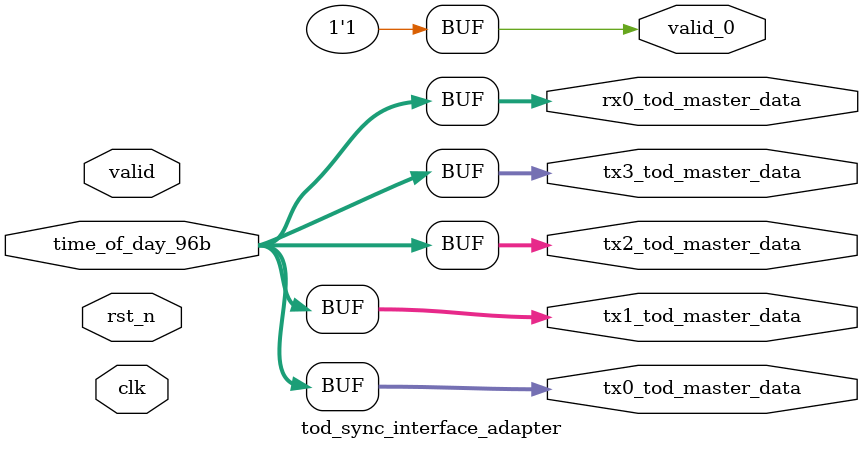
<source format=v>

`timescale 1 ps / 1 ps
module tod_sync_interface_adapter (
                input              clk,
                input              rst_n,
		input  wire [95:0] time_of_day_96b,     	//      time_of_day_96b.data
		input  wire        valid          ,
		// Rx interfaces up to 10
		
		// Tx interfaces up to 10
		
		output wire [95:0] tx0_tod_master_data,  	//   tx0_tod_master_data.data
		
		output wire [95:0] tx1_tod_master_data,  	//   tx1_tod_master_data.data
		
		output wire [95:0] tx2_tod_master_data,
		
		output wire [95:0] tx3_tod_master_data,
		
		output wire [95:0] rx0_tod_master_data,
		
		output wire        valid_0
		
	);

	
	assign tx0_tod_master_data = time_of_day_96b;
	
	assign tx1_tod_master_data = time_of_day_96b;
	
	assign tx2_tod_master_data = time_of_day_96b;
	
	assign tx3_tod_master_data = time_of_day_96b;
	
	assign rx0_tod_master_data = time_of_day_96b;
	

	
	assign valid_0 = 1'b1  ;
	


endmodule

</source>
